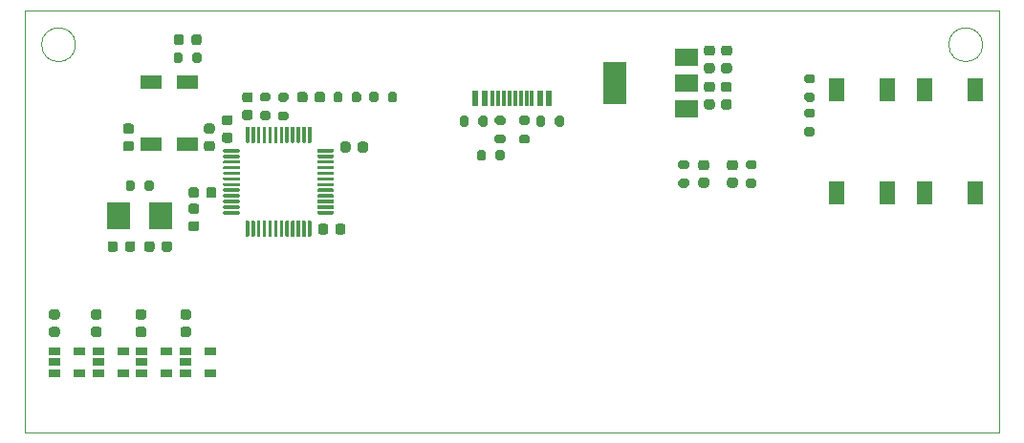
<source format=gtp>
G04 #@! TF.GenerationSoftware,KiCad,Pcbnew,(5.1.12)-1*
G04 #@! TF.CreationDate,2024-01-22T15:17:36+02:00*
G04 #@! TF.ProjectId,CaliperPCB,43616c69-7065-4725-9043-422e6b696361,rev?*
G04 #@! TF.SameCoordinates,Original*
G04 #@! TF.FileFunction,Paste,Top*
G04 #@! TF.FilePolarity,Positive*
%FSLAX46Y46*%
G04 Gerber Fmt 4.6, Leading zero omitted, Abs format (unit mm)*
G04 Created by KiCad (PCBNEW (5.1.12)-1) date 2024-01-22 15:17:36*
%MOMM*%
%LPD*%
G01*
G04 APERTURE LIST*
G04 #@! TA.AperFunction,Profile*
%ADD10C,0.050000*%
G04 #@! TD*
%ADD11R,1.400000X2.100000*%
%ADD12R,1.900000X1.300000*%
%ADD13R,2.000000X2.400000*%
%ADD14R,0.300000X1.450000*%
%ADD15R,0.600000X1.450000*%
%ADD16R,1.060000X0.650000*%
%ADD17R,2.000000X3.800000*%
%ADD18R,2.000000X1.500000*%
G04 APERTURE END LIST*
D10*
X118170000Y-87000000D02*
G75*
G03*
X118170000Y-87000000I-1500000J0D01*
G01*
X198500000Y-87000000D02*
G75*
G03*
X198500000Y-87000000I-1500000J0D01*
G01*
X200000000Y-121356000D02*
X200000000Y-84000000D01*
X113670000Y-84000000D02*
X200000000Y-84000000D01*
X113670000Y-121356000D02*
X113670000Y-84000000D01*
X200000000Y-121356000D02*
X113670000Y-121356000D01*
D11*
X197818333Y-91027000D03*
X197818333Y-100127000D03*
X193318333Y-100127000D03*
X193318333Y-91027000D03*
X190034334Y-91027000D03*
X190034334Y-100127000D03*
X185534334Y-100127000D03*
X185534334Y-91027000D03*
G36*
G01*
X129312500Y-87875000D02*
X129312500Y-88425000D01*
G75*
G02*
X129112500Y-88625000I-200000J0D01*
G01*
X128712500Y-88625000D01*
G75*
G02*
X128512500Y-88425000I0J200000D01*
G01*
X128512500Y-87875000D01*
G75*
G02*
X128712500Y-87675000I200000J0D01*
G01*
X129112500Y-87675000D01*
G75*
G02*
X129312500Y-87875000I0J-200000D01*
G01*
G37*
G36*
G01*
X127662500Y-87875000D02*
X127662500Y-88425000D01*
G75*
G02*
X127462500Y-88625000I-200000J0D01*
G01*
X127062500Y-88625000D01*
G75*
G02*
X126862500Y-88425000I0J200000D01*
G01*
X126862500Y-87875000D01*
G75*
G02*
X127062500Y-87675000I200000J0D01*
G01*
X127462500Y-87675000D01*
G75*
G02*
X127662500Y-87875000I0J-200000D01*
G01*
G37*
G36*
G01*
X126882500Y-86806250D02*
X126882500Y-86293750D01*
G75*
G02*
X127101250Y-86075000I218750J0D01*
G01*
X127538750Y-86075000D01*
G75*
G02*
X127757500Y-86293750I0J-218750D01*
G01*
X127757500Y-86806250D01*
G75*
G02*
X127538750Y-87025000I-218750J0D01*
G01*
X127101250Y-87025000D01*
G75*
G02*
X126882500Y-86806250I0J218750D01*
G01*
G37*
G36*
G01*
X128457500Y-86806250D02*
X128457500Y-86293750D01*
G75*
G02*
X128676250Y-86075000I218750J0D01*
G01*
X129113750Y-86075000D01*
G75*
G02*
X129332500Y-86293750I0J-218750D01*
G01*
X129332500Y-86806250D01*
G75*
G02*
X129113750Y-87025000I-218750J0D01*
G01*
X128676250Y-87025000D01*
G75*
G02*
X128457500Y-86806250I0J218750D01*
G01*
G37*
G36*
G01*
X172299000Y-99685500D02*
X171749000Y-99685500D01*
G75*
G02*
X171549000Y-99485500I0J200000D01*
G01*
X171549000Y-99085500D01*
G75*
G02*
X171749000Y-98885500I200000J0D01*
G01*
X172299000Y-98885500D01*
G75*
G02*
X172499000Y-99085500I0J-200000D01*
G01*
X172499000Y-99485500D01*
G75*
G02*
X172299000Y-99685500I-200000J0D01*
G01*
G37*
G36*
G01*
X172299000Y-98035500D02*
X171749000Y-98035500D01*
G75*
G02*
X171549000Y-97835500I0J200000D01*
G01*
X171549000Y-97435500D01*
G75*
G02*
X171749000Y-97235500I200000J0D01*
G01*
X172299000Y-97235500D01*
G75*
G02*
X172499000Y-97435500I0J-200000D01*
G01*
X172499000Y-97835500D01*
G75*
G02*
X172299000Y-98035500I-200000J0D01*
G01*
G37*
G36*
G01*
X174052000Y-99685500D02*
X173552000Y-99685500D01*
G75*
G02*
X173327000Y-99460500I0J225000D01*
G01*
X173327000Y-99010500D01*
G75*
G02*
X173552000Y-98785500I225000J0D01*
G01*
X174052000Y-98785500D01*
G75*
G02*
X174277000Y-99010500I0J-225000D01*
G01*
X174277000Y-99460500D01*
G75*
G02*
X174052000Y-99685500I-225000J0D01*
G01*
G37*
G36*
G01*
X174052000Y-98135500D02*
X173552000Y-98135500D01*
G75*
G02*
X173327000Y-97910500I0J225000D01*
G01*
X173327000Y-97460500D01*
G75*
G02*
X173552000Y-97235500I225000J0D01*
G01*
X174052000Y-97235500D01*
G75*
G02*
X174277000Y-97460500I0J-225000D01*
G01*
X174277000Y-97910500D01*
G75*
G02*
X174052000Y-98135500I-225000J0D01*
G01*
G37*
G36*
G01*
X136835000Y-93705000D02*
X136285000Y-93705000D01*
G75*
G02*
X136085000Y-93505000I0J200000D01*
G01*
X136085000Y-93105000D01*
G75*
G02*
X136285000Y-92905000I200000J0D01*
G01*
X136835000Y-92905000D01*
G75*
G02*
X137035000Y-93105000I0J-200000D01*
G01*
X137035000Y-93505000D01*
G75*
G02*
X136835000Y-93705000I-200000J0D01*
G01*
G37*
G36*
G01*
X136835000Y-92055000D02*
X136285000Y-92055000D01*
G75*
G02*
X136085000Y-91855000I0J200000D01*
G01*
X136085000Y-91455000D01*
G75*
G02*
X136285000Y-91255000I200000J0D01*
G01*
X136835000Y-91255000D01*
G75*
G02*
X137035000Y-91455000I0J-200000D01*
G01*
X137035000Y-91855000D01*
G75*
G02*
X136835000Y-92055000I-200000J0D01*
G01*
G37*
G36*
G01*
X133150000Y-91225000D02*
X133650000Y-91225000D01*
G75*
G02*
X133875000Y-91450000I0J-225000D01*
G01*
X133875000Y-91900000D01*
G75*
G02*
X133650000Y-92125000I-225000J0D01*
G01*
X133150000Y-92125000D01*
G75*
G02*
X132925000Y-91900000I0J225000D01*
G01*
X132925000Y-91450000D01*
G75*
G02*
X133150000Y-91225000I225000J0D01*
G01*
G37*
G36*
G01*
X133150000Y-92775000D02*
X133650000Y-92775000D01*
G75*
G02*
X133875000Y-93000000I0J-225000D01*
G01*
X133875000Y-93450000D01*
G75*
G02*
X133650000Y-93675000I-225000J0D01*
G01*
X133150000Y-93675000D01*
G75*
G02*
X132925000Y-93450000I0J225000D01*
G01*
X132925000Y-93000000D01*
G75*
G02*
X133150000Y-92775000I225000J0D01*
G01*
G37*
G36*
G01*
X183455000Y-92050000D02*
X182905000Y-92050000D01*
G75*
G02*
X182705000Y-91850000I0J200000D01*
G01*
X182705000Y-91450000D01*
G75*
G02*
X182905000Y-91250000I200000J0D01*
G01*
X183455000Y-91250000D01*
G75*
G02*
X183655000Y-91450000I0J-200000D01*
G01*
X183655000Y-91850000D01*
G75*
G02*
X183455000Y-92050000I-200000J0D01*
G01*
G37*
G36*
G01*
X183455000Y-90400000D02*
X182905000Y-90400000D01*
G75*
G02*
X182705000Y-90200000I0J200000D01*
G01*
X182705000Y-89800000D01*
G75*
G02*
X182905000Y-89600000I200000J0D01*
G01*
X183455000Y-89600000D01*
G75*
G02*
X183655000Y-89800000I0J-200000D01*
G01*
X183655000Y-90200000D01*
G75*
G02*
X183455000Y-90400000I-200000J0D01*
G01*
G37*
G36*
G01*
X182905000Y-92660500D02*
X183455000Y-92660500D01*
G75*
G02*
X183655000Y-92860500I0J-200000D01*
G01*
X183655000Y-93260500D01*
G75*
G02*
X183455000Y-93460500I-200000J0D01*
G01*
X182905000Y-93460500D01*
G75*
G02*
X182705000Y-93260500I0J200000D01*
G01*
X182705000Y-92860500D01*
G75*
G02*
X182905000Y-92660500I200000J0D01*
G01*
G37*
G36*
G01*
X182905000Y-94310500D02*
X183455000Y-94310500D01*
G75*
G02*
X183655000Y-94510500I0J-200000D01*
G01*
X183655000Y-94910500D01*
G75*
G02*
X183455000Y-95110500I-200000J0D01*
G01*
X182905000Y-95110500D01*
G75*
G02*
X182705000Y-94910500I0J200000D01*
G01*
X182705000Y-94510500D01*
G75*
G02*
X182905000Y-94310500I200000J0D01*
G01*
G37*
D12*
X128050000Y-95790000D03*
X128050000Y-90290000D03*
X124850000Y-90290000D03*
X124850000Y-95790000D03*
D13*
X122010000Y-102190000D03*
X125710000Y-102190000D03*
D14*
X157098000Y-91755000D03*
X155098000Y-91755000D03*
X155598000Y-91755000D03*
X156098000Y-91755000D03*
X156598000Y-91755000D03*
X157598000Y-91755000D03*
X158098000Y-91755000D03*
X158598000Y-91755000D03*
D15*
X153598000Y-91755000D03*
X154398000Y-91755000D03*
X159298000Y-91755000D03*
X160098000Y-91755000D03*
X160098000Y-91755000D03*
X159298000Y-91755000D03*
X154398000Y-91755000D03*
X153598000Y-91755000D03*
G36*
G01*
X140998750Y-91930000D02*
X140998750Y-91380000D01*
G75*
G02*
X141198750Y-91180000I200000J0D01*
G01*
X141598750Y-91180000D01*
G75*
G02*
X141798750Y-91380000I0J-200000D01*
G01*
X141798750Y-91930000D01*
G75*
G02*
X141598750Y-92130000I-200000J0D01*
G01*
X141198750Y-92130000D01*
G75*
G02*
X140998750Y-91930000I0J200000D01*
G01*
G37*
G36*
G01*
X142648750Y-91930000D02*
X142648750Y-91380000D01*
G75*
G02*
X142848750Y-91180000I200000J0D01*
G01*
X143248750Y-91180000D01*
G75*
G02*
X143448750Y-91380000I0J-200000D01*
G01*
X143448750Y-91930000D01*
G75*
G02*
X143248750Y-92130000I-200000J0D01*
G01*
X142848750Y-92130000D01*
G75*
G02*
X142648750Y-91930000I0J200000D01*
G01*
G37*
G36*
G01*
X131360000Y-93240000D02*
X131860000Y-93240000D01*
G75*
G02*
X132085000Y-93465000I0J-225000D01*
G01*
X132085000Y-93915000D01*
G75*
G02*
X131860000Y-94140000I-225000J0D01*
G01*
X131360000Y-94140000D01*
G75*
G02*
X131135000Y-93915000I0J225000D01*
G01*
X131135000Y-93465000D01*
G75*
G02*
X131360000Y-93240000I225000J0D01*
G01*
G37*
G36*
G01*
X131360000Y-94790000D02*
X131860000Y-94790000D01*
G75*
G02*
X132085000Y-95015000I0J-225000D01*
G01*
X132085000Y-95465000D01*
G75*
G02*
X131860000Y-95690000I-225000J0D01*
G01*
X131360000Y-95690000D01*
G75*
G02*
X131135000Y-95465000I0J225000D01*
G01*
X131135000Y-95015000D01*
G75*
G02*
X131360000Y-94790000I225000J0D01*
G01*
G37*
G36*
G01*
X128195000Y-100360000D02*
X128195000Y-99860000D01*
G75*
G02*
X128420000Y-99635000I225000J0D01*
G01*
X128870000Y-99635000D01*
G75*
G02*
X129095000Y-99860000I0J-225000D01*
G01*
X129095000Y-100360000D01*
G75*
G02*
X128870000Y-100585000I-225000J0D01*
G01*
X128420000Y-100585000D01*
G75*
G02*
X128195000Y-100360000I0J225000D01*
G01*
G37*
G36*
G01*
X129745000Y-100360000D02*
X129745000Y-99860000D01*
G75*
G02*
X129970000Y-99635000I225000J0D01*
G01*
X130420000Y-99635000D01*
G75*
G02*
X130645000Y-99860000I0J-225000D01*
G01*
X130645000Y-100360000D01*
G75*
G02*
X130420000Y-100585000I-225000J0D01*
G01*
X129970000Y-100585000D01*
G75*
G02*
X129745000Y-100360000I0J225000D01*
G01*
G37*
G36*
G01*
X123716570Y-110466000D02*
X124216570Y-110466000D01*
G75*
G02*
X124441570Y-110691000I0J-225000D01*
G01*
X124441570Y-111141000D01*
G75*
G02*
X124216570Y-111366000I-225000J0D01*
G01*
X123716570Y-111366000D01*
G75*
G02*
X123491570Y-111141000I0J225000D01*
G01*
X123491570Y-110691000D01*
G75*
G02*
X123716570Y-110466000I225000J0D01*
G01*
G37*
G36*
G01*
X123716570Y-112016000D02*
X124216570Y-112016000D01*
G75*
G02*
X124441570Y-112241000I0J-225000D01*
G01*
X124441570Y-112691000D01*
G75*
G02*
X124216570Y-112916000I-225000J0D01*
G01*
X123716570Y-112916000D01*
G75*
G02*
X123491570Y-112691000I0J225000D01*
G01*
X123491570Y-112241000D01*
G75*
G02*
X123716570Y-112016000I225000J0D01*
G01*
G37*
G36*
G01*
X144190000Y-91930000D02*
X144190000Y-91380000D01*
G75*
G02*
X144390000Y-91180000I200000J0D01*
G01*
X144790000Y-91180000D01*
G75*
G02*
X144990000Y-91380000I0J-200000D01*
G01*
X144990000Y-91930000D01*
G75*
G02*
X144790000Y-92130000I-200000J0D01*
G01*
X144390000Y-92130000D01*
G75*
G02*
X144190000Y-91930000I0J200000D01*
G01*
G37*
G36*
G01*
X145840000Y-91930000D02*
X145840000Y-91380000D01*
G75*
G02*
X146040000Y-91180000I200000J0D01*
G01*
X146440000Y-91180000D01*
G75*
G02*
X146640000Y-91380000I0J-200000D01*
G01*
X146640000Y-91930000D01*
G75*
G02*
X146440000Y-92130000I-200000J0D01*
G01*
X146040000Y-92130000D01*
G75*
G02*
X145840000Y-91930000I0J200000D01*
G01*
G37*
D16*
X127926000Y-114195000D03*
X127926000Y-115145000D03*
X127926000Y-116095000D03*
X130126000Y-116095000D03*
X130126000Y-114195000D03*
X124051238Y-114195000D03*
X124051238Y-115145000D03*
X124051238Y-116095000D03*
X126251238Y-116095000D03*
X126251238Y-114195000D03*
X120176476Y-114195000D03*
X120176476Y-115145000D03*
X120176476Y-116095000D03*
X122376476Y-116095000D03*
X122376476Y-114195000D03*
X116301714Y-114195000D03*
X116301714Y-115145000D03*
X116301714Y-116095000D03*
X118501714Y-116095000D03*
X118501714Y-114195000D03*
G36*
G01*
X131250000Y-96475000D02*
X131250000Y-96325000D01*
G75*
G02*
X131325000Y-96250000I75000J0D01*
G01*
X132650000Y-96250000D01*
G75*
G02*
X132725000Y-96325000I0J-75000D01*
G01*
X132725000Y-96475000D01*
G75*
G02*
X132650000Y-96550000I-75000J0D01*
G01*
X131325000Y-96550000D01*
G75*
G02*
X131250000Y-96475000I0J75000D01*
G01*
G37*
G36*
G01*
X131250000Y-96975000D02*
X131250000Y-96825000D01*
G75*
G02*
X131325000Y-96750000I75000J0D01*
G01*
X132650000Y-96750000D01*
G75*
G02*
X132725000Y-96825000I0J-75000D01*
G01*
X132725000Y-96975000D01*
G75*
G02*
X132650000Y-97050000I-75000J0D01*
G01*
X131325000Y-97050000D01*
G75*
G02*
X131250000Y-96975000I0J75000D01*
G01*
G37*
G36*
G01*
X131250000Y-97475000D02*
X131250000Y-97325000D01*
G75*
G02*
X131325000Y-97250000I75000J0D01*
G01*
X132650000Y-97250000D01*
G75*
G02*
X132725000Y-97325000I0J-75000D01*
G01*
X132725000Y-97475000D01*
G75*
G02*
X132650000Y-97550000I-75000J0D01*
G01*
X131325000Y-97550000D01*
G75*
G02*
X131250000Y-97475000I0J75000D01*
G01*
G37*
G36*
G01*
X131250000Y-97975000D02*
X131250000Y-97825000D01*
G75*
G02*
X131325000Y-97750000I75000J0D01*
G01*
X132650000Y-97750000D01*
G75*
G02*
X132725000Y-97825000I0J-75000D01*
G01*
X132725000Y-97975000D01*
G75*
G02*
X132650000Y-98050000I-75000J0D01*
G01*
X131325000Y-98050000D01*
G75*
G02*
X131250000Y-97975000I0J75000D01*
G01*
G37*
G36*
G01*
X131250000Y-98475000D02*
X131250000Y-98325000D01*
G75*
G02*
X131325000Y-98250000I75000J0D01*
G01*
X132650000Y-98250000D01*
G75*
G02*
X132725000Y-98325000I0J-75000D01*
G01*
X132725000Y-98475000D01*
G75*
G02*
X132650000Y-98550000I-75000J0D01*
G01*
X131325000Y-98550000D01*
G75*
G02*
X131250000Y-98475000I0J75000D01*
G01*
G37*
G36*
G01*
X131250000Y-98975000D02*
X131250000Y-98825000D01*
G75*
G02*
X131325000Y-98750000I75000J0D01*
G01*
X132650000Y-98750000D01*
G75*
G02*
X132725000Y-98825000I0J-75000D01*
G01*
X132725000Y-98975000D01*
G75*
G02*
X132650000Y-99050000I-75000J0D01*
G01*
X131325000Y-99050000D01*
G75*
G02*
X131250000Y-98975000I0J75000D01*
G01*
G37*
G36*
G01*
X131250000Y-99475000D02*
X131250000Y-99325000D01*
G75*
G02*
X131325000Y-99250000I75000J0D01*
G01*
X132650000Y-99250000D01*
G75*
G02*
X132725000Y-99325000I0J-75000D01*
G01*
X132725000Y-99475000D01*
G75*
G02*
X132650000Y-99550000I-75000J0D01*
G01*
X131325000Y-99550000D01*
G75*
G02*
X131250000Y-99475000I0J75000D01*
G01*
G37*
G36*
G01*
X131250000Y-99975000D02*
X131250000Y-99825000D01*
G75*
G02*
X131325000Y-99750000I75000J0D01*
G01*
X132650000Y-99750000D01*
G75*
G02*
X132725000Y-99825000I0J-75000D01*
G01*
X132725000Y-99975000D01*
G75*
G02*
X132650000Y-100050000I-75000J0D01*
G01*
X131325000Y-100050000D01*
G75*
G02*
X131250000Y-99975000I0J75000D01*
G01*
G37*
G36*
G01*
X131250000Y-100475000D02*
X131250000Y-100325000D01*
G75*
G02*
X131325000Y-100250000I75000J0D01*
G01*
X132650000Y-100250000D01*
G75*
G02*
X132725000Y-100325000I0J-75000D01*
G01*
X132725000Y-100475000D01*
G75*
G02*
X132650000Y-100550000I-75000J0D01*
G01*
X131325000Y-100550000D01*
G75*
G02*
X131250000Y-100475000I0J75000D01*
G01*
G37*
G36*
G01*
X131250000Y-100975000D02*
X131250000Y-100825000D01*
G75*
G02*
X131325000Y-100750000I75000J0D01*
G01*
X132650000Y-100750000D01*
G75*
G02*
X132725000Y-100825000I0J-75000D01*
G01*
X132725000Y-100975000D01*
G75*
G02*
X132650000Y-101050000I-75000J0D01*
G01*
X131325000Y-101050000D01*
G75*
G02*
X131250000Y-100975000I0J75000D01*
G01*
G37*
G36*
G01*
X131250000Y-101475000D02*
X131250000Y-101325000D01*
G75*
G02*
X131325000Y-101250000I75000J0D01*
G01*
X132650000Y-101250000D01*
G75*
G02*
X132725000Y-101325000I0J-75000D01*
G01*
X132725000Y-101475000D01*
G75*
G02*
X132650000Y-101550000I-75000J0D01*
G01*
X131325000Y-101550000D01*
G75*
G02*
X131250000Y-101475000I0J75000D01*
G01*
G37*
G36*
G01*
X131250000Y-101975000D02*
X131250000Y-101825000D01*
G75*
G02*
X131325000Y-101750000I75000J0D01*
G01*
X132650000Y-101750000D01*
G75*
G02*
X132725000Y-101825000I0J-75000D01*
G01*
X132725000Y-101975000D01*
G75*
G02*
X132650000Y-102050000I-75000J0D01*
G01*
X131325000Y-102050000D01*
G75*
G02*
X131250000Y-101975000I0J75000D01*
G01*
G37*
G36*
G01*
X133250000Y-103975000D02*
X133250000Y-102650000D01*
G75*
G02*
X133325000Y-102575000I75000J0D01*
G01*
X133475000Y-102575000D01*
G75*
G02*
X133550000Y-102650000I0J-75000D01*
G01*
X133550000Y-103975000D01*
G75*
G02*
X133475000Y-104050000I-75000J0D01*
G01*
X133325000Y-104050000D01*
G75*
G02*
X133250000Y-103975000I0J75000D01*
G01*
G37*
G36*
G01*
X133750000Y-103975000D02*
X133750000Y-102650000D01*
G75*
G02*
X133825000Y-102575000I75000J0D01*
G01*
X133975000Y-102575000D01*
G75*
G02*
X134050000Y-102650000I0J-75000D01*
G01*
X134050000Y-103975000D01*
G75*
G02*
X133975000Y-104050000I-75000J0D01*
G01*
X133825000Y-104050000D01*
G75*
G02*
X133750000Y-103975000I0J75000D01*
G01*
G37*
G36*
G01*
X134250000Y-103975000D02*
X134250000Y-102650000D01*
G75*
G02*
X134325000Y-102575000I75000J0D01*
G01*
X134475000Y-102575000D01*
G75*
G02*
X134550000Y-102650000I0J-75000D01*
G01*
X134550000Y-103975000D01*
G75*
G02*
X134475000Y-104050000I-75000J0D01*
G01*
X134325000Y-104050000D01*
G75*
G02*
X134250000Y-103975000I0J75000D01*
G01*
G37*
G36*
G01*
X134750000Y-103975000D02*
X134750000Y-102650000D01*
G75*
G02*
X134825000Y-102575000I75000J0D01*
G01*
X134975000Y-102575000D01*
G75*
G02*
X135050000Y-102650000I0J-75000D01*
G01*
X135050000Y-103975000D01*
G75*
G02*
X134975000Y-104050000I-75000J0D01*
G01*
X134825000Y-104050000D01*
G75*
G02*
X134750000Y-103975000I0J75000D01*
G01*
G37*
G36*
G01*
X135250000Y-103975000D02*
X135250000Y-102650000D01*
G75*
G02*
X135325000Y-102575000I75000J0D01*
G01*
X135475000Y-102575000D01*
G75*
G02*
X135550000Y-102650000I0J-75000D01*
G01*
X135550000Y-103975000D01*
G75*
G02*
X135475000Y-104050000I-75000J0D01*
G01*
X135325000Y-104050000D01*
G75*
G02*
X135250000Y-103975000I0J75000D01*
G01*
G37*
G36*
G01*
X135750000Y-103975000D02*
X135750000Y-102650000D01*
G75*
G02*
X135825000Y-102575000I75000J0D01*
G01*
X135975000Y-102575000D01*
G75*
G02*
X136050000Y-102650000I0J-75000D01*
G01*
X136050000Y-103975000D01*
G75*
G02*
X135975000Y-104050000I-75000J0D01*
G01*
X135825000Y-104050000D01*
G75*
G02*
X135750000Y-103975000I0J75000D01*
G01*
G37*
G36*
G01*
X136250000Y-103975000D02*
X136250000Y-102650000D01*
G75*
G02*
X136325000Y-102575000I75000J0D01*
G01*
X136475000Y-102575000D01*
G75*
G02*
X136550000Y-102650000I0J-75000D01*
G01*
X136550000Y-103975000D01*
G75*
G02*
X136475000Y-104050000I-75000J0D01*
G01*
X136325000Y-104050000D01*
G75*
G02*
X136250000Y-103975000I0J75000D01*
G01*
G37*
G36*
G01*
X136750000Y-103975000D02*
X136750000Y-102650000D01*
G75*
G02*
X136825000Y-102575000I75000J0D01*
G01*
X136975000Y-102575000D01*
G75*
G02*
X137050000Y-102650000I0J-75000D01*
G01*
X137050000Y-103975000D01*
G75*
G02*
X136975000Y-104050000I-75000J0D01*
G01*
X136825000Y-104050000D01*
G75*
G02*
X136750000Y-103975000I0J75000D01*
G01*
G37*
G36*
G01*
X137250000Y-103975000D02*
X137250000Y-102650000D01*
G75*
G02*
X137325000Y-102575000I75000J0D01*
G01*
X137475000Y-102575000D01*
G75*
G02*
X137550000Y-102650000I0J-75000D01*
G01*
X137550000Y-103975000D01*
G75*
G02*
X137475000Y-104050000I-75000J0D01*
G01*
X137325000Y-104050000D01*
G75*
G02*
X137250000Y-103975000I0J75000D01*
G01*
G37*
G36*
G01*
X137750000Y-103975000D02*
X137750000Y-102650000D01*
G75*
G02*
X137825000Y-102575000I75000J0D01*
G01*
X137975000Y-102575000D01*
G75*
G02*
X138050000Y-102650000I0J-75000D01*
G01*
X138050000Y-103975000D01*
G75*
G02*
X137975000Y-104050000I-75000J0D01*
G01*
X137825000Y-104050000D01*
G75*
G02*
X137750000Y-103975000I0J75000D01*
G01*
G37*
G36*
G01*
X138250000Y-103975000D02*
X138250000Y-102650000D01*
G75*
G02*
X138325000Y-102575000I75000J0D01*
G01*
X138475000Y-102575000D01*
G75*
G02*
X138550000Y-102650000I0J-75000D01*
G01*
X138550000Y-103975000D01*
G75*
G02*
X138475000Y-104050000I-75000J0D01*
G01*
X138325000Y-104050000D01*
G75*
G02*
X138250000Y-103975000I0J75000D01*
G01*
G37*
G36*
G01*
X138750000Y-103975000D02*
X138750000Y-102650000D01*
G75*
G02*
X138825000Y-102575000I75000J0D01*
G01*
X138975000Y-102575000D01*
G75*
G02*
X139050000Y-102650000I0J-75000D01*
G01*
X139050000Y-103975000D01*
G75*
G02*
X138975000Y-104050000I-75000J0D01*
G01*
X138825000Y-104050000D01*
G75*
G02*
X138750000Y-103975000I0J75000D01*
G01*
G37*
G36*
G01*
X139575000Y-101975000D02*
X139575000Y-101825000D01*
G75*
G02*
X139650000Y-101750000I75000J0D01*
G01*
X140975000Y-101750000D01*
G75*
G02*
X141050000Y-101825000I0J-75000D01*
G01*
X141050000Y-101975000D01*
G75*
G02*
X140975000Y-102050000I-75000J0D01*
G01*
X139650000Y-102050000D01*
G75*
G02*
X139575000Y-101975000I0J75000D01*
G01*
G37*
G36*
G01*
X139575000Y-101475000D02*
X139575000Y-101325000D01*
G75*
G02*
X139650000Y-101250000I75000J0D01*
G01*
X140975000Y-101250000D01*
G75*
G02*
X141050000Y-101325000I0J-75000D01*
G01*
X141050000Y-101475000D01*
G75*
G02*
X140975000Y-101550000I-75000J0D01*
G01*
X139650000Y-101550000D01*
G75*
G02*
X139575000Y-101475000I0J75000D01*
G01*
G37*
G36*
G01*
X139575000Y-100975000D02*
X139575000Y-100825000D01*
G75*
G02*
X139650000Y-100750000I75000J0D01*
G01*
X140975000Y-100750000D01*
G75*
G02*
X141050000Y-100825000I0J-75000D01*
G01*
X141050000Y-100975000D01*
G75*
G02*
X140975000Y-101050000I-75000J0D01*
G01*
X139650000Y-101050000D01*
G75*
G02*
X139575000Y-100975000I0J75000D01*
G01*
G37*
G36*
G01*
X139575000Y-100475000D02*
X139575000Y-100325000D01*
G75*
G02*
X139650000Y-100250000I75000J0D01*
G01*
X140975000Y-100250000D01*
G75*
G02*
X141050000Y-100325000I0J-75000D01*
G01*
X141050000Y-100475000D01*
G75*
G02*
X140975000Y-100550000I-75000J0D01*
G01*
X139650000Y-100550000D01*
G75*
G02*
X139575000Y-100475000I0J75000D01*
G01*
G37*
G36*
G01*
X139575000Y-99975000D02*
X139575000Y-99825000D01*
G75*
G02*
X139650000Y-99750000I75000J0D01*
G01*
X140975000Y-99750000D01*
G75*
G02*
X141050000Y-99825000I0J-75000D01*
G01*
X141050000Y-99975000D01*
G75*
G02*
X140975000Y-100050000I-75000J0D01*
G01*
X139650000Y-100050000D01*
G75*
G02*
X139575000Y-99975000I0J75000D01*
G01*
G37*
G36*
G01*
X139575000Y-99475000D02*
X139575000Y-99325000D01*
G75*
G02*
X139650000Y-99250000I75000J0D01*
G01*
X140975000Y-99250000D01*
G75*
G02*
X141050000Y-99325000I0J-75000D01*
G01*
X141050000Y-99475000D01*
G75*
G02*
X140975000Y-99550000I-75000J0D01*
G01*
X139650000Y-99550000D01*
G75*
G02*
X139575000Y-99475000I0J75000D01*
G01*
G37*
G36*
G01*
X139575000Y-98975000D02*
X139575000Y-98825000D01*
G75*
G02*
X139650000Y-98750000I75000J0D01*
G01*
X140975000Y-98750000D01*
G75*
G02*
X141050000Y-98825000I0J-75000D01*
G01*
X141050000Y-98975000D01*
G75*
G02*
X140975000Y-99050000I-75000J0D01*
G01*
X139650000Y-99050000D01*
G75*
G02*
X139575000Y-98975000I0J75000D01*
G01*
G37*
G36*
G01*
X139575000Y-98475000D02*
X139575000Y-98325000D01*
G75*
G02*
X139650000Y-98250000I75000J0D01*
G01*
X140975000Y-98250000D01*
G75*
G02*
X141050000Y-98325000I0J-75000D01*
G01*
X141050000Y-98475000D01*
G75*
G02*
X140975000Y-98550000I-75000J0D01*
G01*
X139650000Y-98550000D01*
G75*
G02*
X139575000Y-98475000I0J75000D01*
G01*
G37*
G36*
G01*
X139575000Y-97975000D02*
X139575000Y-97825000D01*
G75*
G02*
X139650000Y-97750000I75000J0D01*
G01*
X140975000Y-97750000D01*
G75*
G02*
X141050000Y-97825000I0J-75000D01*
G01*
X141050000Y-97975000D01*
G75*
G02*
X140975000Y-98050000I-75000J0D01*
G01*
X139650000Y-98050000D01*
G75*
G02*
X139575000Y-97975000I0J75000D01*
G01*
G37*
G36*
G01*
X139575000Y-97475000D02*
X139575000Y-97325000D01*
G75*
G02*
X139650000Y-97250000I75000J0D01*
G01*
X140975000Y-97250000D01*
G75*
G02*
X141050000Y-97325000I0J-75000D01*
G01*
X141050000Y-97475000D01*
G75*
G02*
X140975000Y-97550000I-75000J0D01*
G01*
X139650000Y-97550000D01*
G75*
G02*
X139575000Y-97475000I0J75000D01*
G01*
G37*
G36*
G01*
X139575000Y-96975000D02*
X139575000Y-96825000D01*
G75*
G02*
X139650000Y-96750000I75000J0D01*
G01*
X140975000Y-96750000D01*
G75*
G02*
X141050000Y-96825000I0J-75000D01*
G01*
X141050000Y-96975000D01*
G75*
G02*
X140975000Y-97050000I-75000J0D01*
G01*
X139650000Y-97050000D01*
G75*
G02*
X139575000Y-96975000I0J75000D01*
G01*
G37*
G36*
G01*
X139575000Y-96475000D02*
X139575000Y-96325000D01*
G75*
G02*
X139650000Y-96250000I75000J0D01*
G01*
X140975000Y-96250000D01*
G75*
G02*
X141050000Y-96325000I0J-75000D01*
G01*
X141050000Y-96475000D01*
G75*
G02*
X140975000Y-96550000I-75000J0D01*
G01*
X139650000Y-96550000D01*
G75*
G02*
X139575000Y-96475000I0J75000D01*
G01*
G37*
G36*
G01*
X138750000Y-95650000D02*
X138750000Y-94325000D01*
G75*
G02*
X138825000Y-94250000I75000J0D01*
G01*
X138975000Y-94250000D01*
G75*
G02*
X139050000Y-94325000I0J-75000D01*
G01*
X139050000Y-95650000D01*
G75*
G02*
X138975000Y-95725000I-75000J0D01*
G01*
X138825000Y-95725000D01*
G75*
G02*
X138750000Y-95650000I0J75000D01*
G01*
G37*
G36*
G01*
X138250000Y-95650000D02*
X138250000Y-94325000D01*
G75*
G02*
X138325000Y-94250000I75000J0D01*
G01*
X138475000Y-94250000D01*
G75*
G02*
X138550000Y-94325000I0J-75000D01*
G01*
X138550000Y-95650000D01*
G75*
G02*
X138475000Y-95725000I-75000J0D01*
G01*
X138325000Y-95725000D01*
G75*
G02*
X138250000Y-95650000I0J75000D01*
G01*
G37*
G36*
G01*
X137750000Y-95650000D02*
X137750000Y-94325000D01*
G75*
G02*
X137825000Y-94250000I75000J0D01*
G01*
X137975000Y-94250000D01*
G75*
G02*
X138050000Y-94325000I0J-75000D01*
G01*
X138050000Y-95650000D01*
G75*
G02*
X137975000Y-95725000I-75000J0D01*
G01*
X137825000Y-95725000D01*
G75*
G02*
X137750000Y-95650000I0J75000D01*
G01*
G37*
G36*
G01*
X137250000Y-95650000D02*
X137250000Y-94325000D01*
G75*
G02*
X137325000Y-94250000I75000J0D01*
G01*
X137475000Y-94250000D01*
G75*
G02*
X137550000Y-94325000I0J-75000D01*
G01*
X137550000Y-95650000D01*
G75*
G02*
X137475000Y-95725000I-75000J0D01*
G01*
X137325000Y-95725000D01*
G75*
G02*
X137250000Y-95650000I0J75000D01*
G01*
G37*
G36*
G01*
X136750000Y-95650000D02*
X136750000Y-94325000D01*
G75*
G02*
X136825000Y-94250000I75000J0D01*
G01*
X136975000Y-94250000D01*
G75*
G02*
X137050000Y-94325000I0J-75000D01*
G01*
X137050000Y-95650000D01*
G75*
G02*
X136975000Y-95725000I-75000J0D01*
G01*
X136825000Y-95725000D01*
G75*
G02*
X136750000Y-95650000I0J75000D01*
G01*
G37*
G36*
G01*
X136250000Y-95650000D02*
X136250000Y-94325000D01*
G75*
G02*
X136325000Y-94250000I75000J0D01*
G01*
X136475000Y-94250000D01*
G75*
G02*
X136550000Y-94325000I0J-75000D01*
G01*
X136550000Y-95650000D01*
G75*
G02*
X136475000Y-95725000I-75000J0D01*
G01*
X136325000Y-95725000D01*
G75*
G02*
X136250000Y-95650000I0J75000D01*
G01*
G37*
G36*
G01*
X135750000Y-95650000D02*
X135750000Y-94325000D01*
G75*
G02*
X135825000Y-94250000I75000J0D01*
G01*
X135975000Y-94250000D01*
G75*
G02*
X136050000Y-94325000I0J-75000D01*
G01*
X136050000Y-95650000D01*
G75*
G02*
X135975000Y-95725000I-75000J0D01*
G01*
X135825000Y-95725000D01*
G75*
G02*
X135750000Y-95650000I0J75000D01*
G01*
G37*
G36*
G01*
X135250000Y-95650000D02*
X135250000Y-94325000D01*
G75*
G02*
X135325000Y-94250000I75000J0D01*
G01*
X135475000Y-94250000D01*
G75*
G02*
X135550000Y-94325000I0J-75000D01*
G01*
X135550000Y-95650000D01*
G75*
G02*
X135475000Y-95725000I-75000J0D01*
G01*
X135325000Y-95725000D01*
G75*
G02*
X135250000Y-95650000I0J75000D01*
G01*
G37*
G36*
G01*
X134750000Y-95650000D02*
X134750000Y-94325000D01*
G75*
G02*
X134825000Y-94250000I75000J0D01*
G01*
X134975000Y-94250000D01*
G75*
G02*
X135050000Y-94325000I0J-75000D01*
G01*
X135050000Y-95650000D01*
G75*
G02*
X134975000Y-95725000I-75000J0D01*
G01*
X134825000Y-95725000D01*
G75*
G02*
X134750000Y-95650000I0J75000D01*
G01*
G37*
G36*
G01*
X134250000Y-95650000D02*
X134250000Y-94325000D01*
G75*
G02*
X134325000Y-94250000I75000J0D01*
G01*
X134475000Y-94250000D01*
G75*
G02*
X134550000Y-94325000I0J-75000D01*
G01*
X134550000Y-95650000D01*
G75*
G02*
X134475000Y-95725000I-75000J0D01*
G01*
X134325000Y-95725000D01*
G75*
G02*
X134250000Y-95650000I0J75000D01*
G01*
G37*
G36*
G01*
X133750000Y-95650000D02*
X133750000Y-94325000D01*
G75*
G02*
X133825000Y-94250000I75000J0D01*
G01*
X133975000Y-94250000D01*
G75*
G02*
X134050000Y-94325000I0J-75000D01*
G01*
X134050000Y-95650000D01*
G75*
G02*
X133975000Y-95725000I-75000J0D01*
G01*
X133825000Y-95725000D01*
G75*
G02*
X133750000Y-95650000I0J75000D01*
G01*
G37*
G36*
G01*
X133250000Y-95650000D02*
X133250000Y-94325000D01*
G75*
G02*
X133325000Y-94250000I75000J0D01*
G01*
X133475000Y-94250000D01*
G75*
G02*
X133550000Y-94325000I0J-75000D01*
G01*
X133550000Y-95650000D01*
G75*
G02*
X133475000Y-95725000I-75000J0D01*
G01*
X133325000Y-95725000D01*
G75*
G02*
X133250000Y-95650000I0J75000D01*
G01*
G37*
D17*
X165934000Y-90416000D03*
D18*
X172234000Y-90416000D03*
X172234000Y-88116000D03*
X172234000Y-92716000D03*
G36*
G01*
X161430000Y-93505000D02*
X161430000Y-94055000D01*
G75*
G02*
X161230000Y-94255000I-200000J0D01*
G01*
X160830000Y-94255000D01*
G75*
G02*
X160630000Y-94055000I0J200000D01*
G01*
X160630000Y-93505000D01*
G75*
G02*
X160830000Y-93305000I200000J0D01*
G01*
X161230000Y-93305000D01*
G75*
G02*
X161430000Y-93505000I0J-200000D01*
G01*
G37*
G36*
G01*
X159780000Y-93505000D02*
X159780000Y-94055000D01*
G75*
G02*
X159580000Y-94255000I-200000J0D01*
G01*
X159180000Y-94255000D01*
G75*
G02*
X158980000Y-94055000I0J200000D01*
G01*
X158980000Y-93505000D01*
G75*
G02*
X159180000Y-93305000I200000J0D01*
G01*
X159580000Y-93305000D01*
G75*
G02*
X159780000Y-93505000I0J-200000D01*
G01*
G37*
G36*
G01*
X152210000Y-94055000D02*
X152210000Y-93505000D01*
G75*
G02*
X152410000Y-93305000I200000J0D01*
G01*
X152810000Y-93305000D01*
G75*
G02*
X153010000Y-93505000I0J-200000D01*
G01*
X153010000Y-94055000D01*
G75*
G02*
X152810000Y-94255000I-200000J0D01*
G01*
X152410000Y-94255000D01*
G75*
G02*
X152210000Y-94055000I0J200000D01*
G01*
G37*
G36*
G01*
X153860000Y-94055000D02*
X153860000Y-93505000D01*
G75*
G02*
X154060000Y-93305000I200000J0D01*
G01*
X154460000Y-93305000D01*
G75*
G02*
X154660000Y-93505000I0J-200000D01*
G01*
X154660000Y-94055000D01*
G75*
G02*
X154460000Y-94255000I-200000J0D01*
G01*
X154060000Y-94255000D01*
G75*
G02*
X153860000Y-94055000I0J200000D01*
G01*
G37*
G36*
G01*
X153720000Y-97085000D02*
X153720000Y-96535000D01*
G75*
G02*
X153920000Y-96335000I200000J0D01*
G01*
X154320000Y-96335000D01*
G75*
G02*
X154520000Y-96535000I0J-200000D01*
G01*
X154520000Y-97085000D01*
G75*
G02*
X154320000Y-97285000I-200000J0D01*
G01*
X153920000Y-97285000D01*
G75*
G02*
X153720000Y-97085000I0J200000D01*
G01*
G37*
G36*
G01*
X155370000Y-97085000D02*
X155370000Y-96535000D01*
G75*
G02*
X155570000Y-96335000I200000J0D01*
G01*
X155970000Y-96335000D01*
G75*
G02*
X156170000Y-96535000I0J-200000D01*
G01*
X156170000Y-97085000D01*
G75*
G02*
X155970000Y-97285000I-200000J0D01*
G01*
X155570000Y-97285000D01*
G75*
G02*
X155370000Y-97085000I0J200000D01*
G01*
G37*
G36*
G01*
X155498000Y-93305000D02*
X156048000Y-93305000D01*
G75*
G02*
X156248000Y-93505000I0J-200000D01*
G01*
X156248000Y-93905000D01*
G75*
G02*
X156048000Y-94105000I-200000J0D01*
G01*
X155498000Y-94105000D01*
G75*
G02*
X155298000Y-93905000I0J200000D01*
G01*
X155298000Y-93505000D01*
G75*
G02*
X155498000Y-93305000I200000J0D01*
G01*
G37*
G36*
G01*
X155498000Y-94955000D02*
X156048000Y-94955000D01*
G75*
G02*
X156248000Y-95155000I0J-200000D01*
G01*
X156248000Y-95555000D01*
G75*
G02*
X156048000Y-95755000I-200000J0D01*
G01*
X155498000Y-95755000D01*
G75*
G02*
X155298000Y-95555000I0J200000D01*
G01*
X155298000Y-95155000D01*
G75*
G02*
X155498000Y-94955000I200000J0D01*
G01*
G37*
G36*
G01*
X157648000Y-93305000D02*
X158198000Y-93305000D01*
G75*
G02*
X158398000Y-93505000I0J-200000D01*
G01*
X158398000Y-93905000D01*
G75*
G02*
X158198000Y-94105000I-200000J0D01*
G01*
X157648000Y-94105000D01*
G75*
G02*
X157448000Y-93905000I0J200000D01*
G01*
X157448000Y-93505000D01*
G75*
G02*
X157648000Y-93305000I200000J0D01*
G01*
G37*
G36*
G01*
X157648000Y-94955000D02*
X158198000Y-94955000D01*
G75*
G02*
X158398000Y-95155000I0J-200000D01*
G01*
X158398000Y-95555000D01*
G75*
G02*
X158198000Y-95755000I-200000J0D01*
G01*
X157648000Y-95755000D01*
G75*
G02*
X157448000Y-95555000I0J200000D01*
G01*
X157448000Y-95155000D01*
G75*
G02*
X157648000Y-94955000I200000J0D01*
G01*
G37*
G36*
G01*
X134695000Y-91235000D02*
X135245000Y-91235000D01*
G75*
G02*
X135445000Y-91435000I0J-200000D01*
G01*
X135445000Y-91835000D01*
G75*
G02*
X135245000Y-92035000I-200000J0D01*
G01*
X134695000Y-92035000D01*
G75*
G02*
X134495000Y-91835000I0J200000D01*
G01*
X134495000Y-91435000D01*
G75*
G02*
X134695000Y-91235000I200000J0D01*
G01*
G37*
G36*
G01*
X134695000Y-92885000D02*
X135245000Y-92885000D01*
G75*
G02*
X135445000Y-93085000I0J-200000D01*
G01*
X135445000Y-93485000D01*
G75*
G02*
X135245000Y-93685000I-200000J0D01*
G01*
X134695000Y-93685000D01*
G75*
G02*
X134495000Y-93485000I0J200000D01*
G01*
X134495000Y-93085000D01*
G75*
G02*
X134695000Y-92885000I200000J0D01*
G01*
G37*
G36*
G01*
X178289000Y-99685500D02*
X177739000Y-99685500D01*
G75*
G02*
X177539000Y-99485500I0J200000D01*
G01*
X177539000Y-99085500D01*
G75*
G02*
X177739000Y-98885500I200000J0D01*
G01*
X178289000Y-98885500D01*
G75*
G02*
X178489000Y-99085500I0J-200000D01*
G01*
X178489000Y-99485500D01*
G75*
G02*
X178289000Y-99685500I-200000J0D01*
G01*
G37*
G36*
G01*
X178289000Y-98035500D02*
X177739000Y-98035500D01*
G75*
G02*
X177539000Y-97835500I0J200000D01*
G01*
X177539000Y-97435500D01*
G75*
G02*
X177739000Y-97235500I200000J0D01*
G01*
X178289000Y-97235500D01*
G75*
G02*
X178489000Y-97435500I0J-200000D01*
G01*
X178489000Y-97835500D01*
G75*
G02*
X178289000Y-98035500I-200000J0D01*
G01*
G37*
G36*
G01*
X125075000Y-99225000D02*
X125075000Y-99775000D01*
G75*
G02*
X124875000Y-99975000I-200000J0D01*
G01*
X124475000Y-99975000D01*
G75*
G02*
X124275000Y-99775000I0J200000D01*
G01*
X124275000Y-99225000D01*
G75*
G02*
X124475000Y-99025000I200000J0D01*
G01*
X124875000Y-99025000D01*
G75*
G02*
X125075000Y-99225000I0J-200000D01*
G01*
G37*
G36*
G01*
X123425000Y-99225000D02*
X123425000Y-99775000D01*
G75*
G02*
X123225000Y-99975000I-200000J0D01*
G01*
X122825000Y-99975000D01*
G75*
G02*
X122625000Y-99775000I0J200000D01*
G01*
X122625000Y-99225000D01*
G75*
G02*
X122825000Y-99025000I200000J0D01*
G01*
X123225000Y-99025000D01*
G75*
G02*
X123425000Y-99225000I0J-200000D01*
G01*
G37*
G36*
G01*
X127676000Y-110466000D02*
X128176000Y-110466000D01*
G75*
G02*
X128401000Y-110691000I0J-225000D01*
G01*
X128401000Y-111141000D01*
G75*
G02*
X128176000Y-111366000I-225000J0D01*
G01*
X127676000Y-111366000D01*
G75*
G02*
X127451000Y-111141000I0J225000D01*
G01*
X127451000Y-110691000D01*
G75*
G02*
X127676000Y-110466000I225000J0D01*
G01*
G37*
G36*
G01*
X127676000Y-112016000D02*
X128176000Y-112016000D01*
G75*
G02*
X128401000Y-112241000I0J-225000D01*
G01*
X128401000Y-112691000D01*
G75*
G02*
X128176000Y-112916000I-225000J0D01*
G01*
X127676000Y-112916000D01*
G75*
G02*
X127451000Y-112691000I0J225000D01*
G01*
X127451000Y-112241000D01*
G75*
G02*
X127676000Y-112016000I225000J0D01*
G01*
G37*
G36*
G01*
X140257500Y-91405000D02*
X140257500Y-91905000D01*
G75*
G02*
X140032500Y-92130000I-225000J0D01*
G01*
X139582500Y-92130000D01*
G75*
G02*
X139357500Y-91905000I0J225000D01*
G01*
X139357500Y-91405000D01*
G75*
G02*
X139582500Y-91180000I225000J0D01*
G01*
X140032500Y-91180000D01*
G75*
G02*
X140257500Y-91405000I0J-225000D01*
G01*
G37*
G36*
G01*
X138707500Y-91405000D02*
X138707500Y-91905000D01*
G75*
G02*
X138482500Y-92130000I-225000J0D01*
G01*
X138032500Y-92130000D01*
G75*
G02*
X137807500Y-91905000I0J225000D01*
G01*
X137807500Y-91405000D01*
G75*
G02*
X138032500Y-91180000I225000J0D01*
G01*
X138482500Y-91180000D01*
G75*
G02*
X138707500Y-91405000I0J-225000D01*
G01*
G37*
G36*
G01*
X119757142Y-110466000D02*
X120257142Y-110466000D01*
G75*
G02*
X120482142Y-110691000I0J-225000D01*
G01*
X120482142Y-111141000D01*
G75*
G02*
X120257142Y-111366000I-225000J0D01*
G01*
X119757142Y-111366000D01*
G75*
G02*
X119532142Y-111141000I0J225000D01*
G01*
X119532142Y-110691000D01*
G75*
G02*
X119757142Y-110466000I225000J0D01*
G01*
G37*
G36*
G01*
X119757142Y-112016000D02*
X120257142Y-112016000D01*
G75*
G02*
X120482142Y-112241000I0J-225000D01*
G01*
X120482142Y-112691000D01*
G75*
G02*
X120257142Y-112916000I-225000J0D01*
G01*
X119757142Y-112916000D01*
G75*
G02*
X119532142Y-112691000I0J225000D01*
G01*
X119532142Y-112241000D01*
G75*
G02*
X119757142Y-112016000I225000J0D01*
G01*
G37*
G36*
G01*
X142090000Y-103100000D02*
X142090000Y-103600000D01*
G75*
G02*
X141865000Y-103825000I-225000J0D01*
G01*
X141415000Y-103825000D01*
G75*
G02*
X141190000Y-103600000I0J225000D01*
G01*
X141190000Y-103100000D01*
G75*
G02*
X141415000Y-102875000I225000J0D01*
G01*
X141865000Y-102875000D01*
G75*
G02*
X142090000Y-103100000I0J-225000D01*
G01*
G37*
G36*
G01*
X140540000Y-103100000D02*
X140540000Y-103600000D01*
G75*
G02*
X140315000Y-103825000I-225000J0D01*
G01*
X139865000Y-103825000D01*
G75*
G02*
X139640000Y-103600000I0J225000D01*
G01*
X139640000Y-103100000D01*
G75*
G02*
X139865000Y-102875000I225000J0D01*
G01*
X140315000Y-102875000D01*
G75*
G02*
X140540000Y-103100000I0J-225000D01*
G01*
G37*
G36*
G01*
X144070000Y-95825000D02*
X144070000Y-96325000D01*
G75*
G02*
X143845000Y-96550000I-225000J0D01*
G01*
X143395000Y-96550000D01*
G75*
G02*
X143170000Y-96325000I0J225000D01*
G01*
X143170000Y-95825000D01*
G75*
G02*
X143395000Y-95600000I225000J0D01*
G01*
X143845000Y-95600000D01*
G75*
G02*
X144070000Y-95825000I0J-225000D01*
G01*
G37*
G36*
G01*
X142520000Y-95825000D02*
X142520000Y-96325000D01*
G75*
G02*
X142295000Y-96550000I-225000J0D01*
G01*
X141845000Y-96550000D01*
G75*
G02*
X141620000Y-96325000I0J225000D01*
G01*
X141620000Y-95825000D01*
G75*
G02*
X141845000Y-95600000I225000J0D01*
G01*
X142295000Y-95600000D01*
G75*
G02*
X142520000Y-95825000I0J-225000D01*
G01*
G37*
G36*
G01*
X116051714Y-110466000D02*
X116551714Y-110466000D01*
G75*
G02*
X116776714Y-110691000I0J-225000D01*
G01*
X116776714Y-111141000D01*
G75*
G02*
X116551714Y-111366000I-225000J0D01*
G01*
X116051714Y-111366000D01*
G75*
G02*
X115826714Y-111141000I0J225000D01*
G01*
X115826714Y-110691000D01*
G75*
G02*
X116051714Y-110466000I225000J0D01*
G01*
G37*
G36*
G01*
X116051714Y-112016000D02*
X116551714Y-112016000D01*
G75*
G02*
X116776714Y-112241000I0J-225000D01*
G01*
X116776714Y-112691000D01*
G75*
G02*
X116551714Y-112916000I-225000J0D01*
G01*
X116051714Y-112916000D01*
G75*
G02*
X115826714Y-112691000I0J225000D01*
G01*
X115826714Y-112241000D01*
G75*
G02*
X116051714Y-112016000I225000J0D01*
G01*
G37*
G36*
G01*
X176592000Y-99685500D02*
X176092000Y-99685500D01*
G75*
G02*
X175867000Y-99460500I0J225000D01*
G01*
X175867000Y-99010500D01*
G75*
G02*
X176092000Y-98785500I225000J0D01*
G01*
X176592000Y-98785500D01*
G75*
G02*
X176817000Y-99010500I0J-225000D01*
G01*
X176817000Y-99460500D01*
G75*
G02*
X176592000Y-99685500I-225000J0D01*
G01*
G37*
G36*
G01*
X176592000Y-98135500D02*
X176092000Y-98135500D01*
G75*
G02*
X175867000Y-97910500I0J225000D01*
G01*
X175867000Y-97460500D01*
G75*
G02*
X176092000Y-97235500I225000J0D01*
G01*
X176592000Y-97235500D01*
G75*
G02*
X176817000Y-97460500I0J-225000D01*
G01*
X176817000Y-97910500D01*
G75*
G02*
X176592000Y-98135500I-225000J0D01*
G01*
G37*
G36*
G01*
X128891000Y-103540000D02*
X128391000Y-103540000D01*
G75*
G02*
X128166000Y-103315000I0J225000D01*
G01*
X128166000Y-102865000D01*
G75*
G02*
X128391000Y-102640000I225000J0D01*
G01*
X128891000Y-102640000D01*
G75*
G02*
X129116000Y-102865000I0J-225000D01*
G01*
X129116000Y-103315000D01*
G75*
G02*
X128891000Y-103540000I-225000J0D01*
G01*
G37*
G36*
G01*
X128891000Y-101990000D02*
X128391000Y-101990000D01*
G75*
G02*
X128166000Y-101765000I0J225000D01*
G01*
X128166000Y-101315000D01*
G75*
G02*
X128391000Y-101090000I225000J0D01*
G01*
X128891000Y-101090000D01*
G75*
G02*
X129116000Y-101315000I0J-225000D01*
G01*
X129116000Y-101765000D01*
G75*
G02*
X128891000Y-101990000I-225000J0D01*
G01*
G37*
G36*
G01*
X123110000Y-96440000D02*
X122610000Y-96440000D01*
G75*
G02*
X122385000Y-96215000I0J225000D01*
G01*
X122385000Y-95765000D01*
G75*
G02*
X122610000Y-95540000I225000J0D01*
G01*
X123110000Y-95540000D01*
G75*
G02*
X123335000Y-95765000I0J-225000D01*
G01*
X123335000Y-96215000D01*
G75*
G02*
X123110000Y-96440000I-225000J0D01*
G01*
G37*
G36*
G01*
X123110000Y-94890000D02*
X122610000Y-94890000D01*
G75*
G02*
X122385000Y-94665000I0J225000D01*
G01*
X122385000Y-94215000D01*
G75*
G02*
X122610000Y-93990000I225000J0D01*
G01*
X123110000Y-93990000D01*
G75*
G02*
X123335000Y-94215000I0J-225000D01*
G01*
X123335000Y-94665000D01*
G75*
G02*
X123110000Y-94890000I-225000J0D01*
G01*
G37*
G36*
G01*
X176054000Y-92741000D02*
X175554000Y-92741000D01*
G75*
G02*
X175329000Y-92516000I0J225000D01*
G01*
X175329000Y-92066000D01*
G75*
G02*
X175554000Y-91841000I225000J0D01*
G01*
X176054000Y-91841000D01*
G75*
G02*
X176279000Y-92066000I0J-225000D01*
G01*
X176279000Y-92516000D01*
G75*
G02*
X176054000Y-92741000I-225000J0D01*
G01*
G37*
G36*
G01*
X176054000Y-91191000D02*
X175554000Y-91191000D01*
G75*
G02*
X175329000Y-90966000I0J225000D01*
G01*
X175329000Y-90516000D01*
G75*
G02*
X175554000Y-90291000I225000J0D01*
G01*
X176054000Y-90291000D01*
G75*
G02*
X176279000Y-90516000I0J-225000D01*
G01*
X176279000Y-90966000D01*
G75*
G02*
X176054000Y-91191000I-225000J0D01*
G01*
G37*
G36*
G01*
X174054000Y-90291000D02*
X174554000Y-90291000D01*
G75*
G02*
X174779000Y-90516000I0J-225000D01*
G01*
X174779000Y-90966000D01*
G75*
G02*
X174554000Y-91191000I-225000J0D01*
G01*
X174054000Y-91191000D01*
G75*
G02*
X173829000Y-90966000I0J225000D01*
G01*
X173829000Y-90516000D01*
G75*
G02*
X174054000Y-90291000I225000J0D01*
G01*
G37*
G36*
G01*
X174054000Y-91841000D02*
X174554000Y-91841000D01*
G75*
G02*
X174779000Y-92066000I0J-225000D01*
G01*
X174779000Y-92516000D01*
G75*
G02*
X174554000Y-92741000I-225000J0D01*
G01*
X174054000Y-92741000D01*
G75*
G02*
X173829000Y-92516000I0J225000D01*
G01*
X173829000Y-92066000D01*
G75*
G02*
X174054000Y-91841000I225000J0D01*
G01*
G37*
G36*
G01*
X129770000Y-93990000D02*
X130270000Y-93990000D01*
G75*
G02*
X130495000Y-94215000I0J-225000D01*
G01*
X130495000Y-94665000D01*
G75*
G02*
X130270000Y-94890000I-225000J0D01*
G01*
X129770000Y-94890000D01*
G75*
G02*
X129545000Y-94665000I0J225000D01*
G01*
X129545000Y-94215000D01*
G75*
G02*
X129770000Y-93990000I225000J0D01*
G01*
G37*
G36*
G01*
X129770000Y-95540000D02*
X130270000Y-95540000D01*
G75*
G02*
X130495000Y-95765000I0J-225000D01*
G01*
X130495000Y-96215000D01*
G75*
G02*
X130270000Y-96440000I-225000J0D01*
G01*
X129770000Y-96440000D01*
G75*
G02*
X129545000Y-96215000I0J225000D01*
G01*
X129545000Y-95765000D01*
G75*
G02*
X129770000Y-95540000I225000J0D01*
G01*
G37*
G36*
G01*
X126710000Y-104640000D02*
X126710000Y-105140000D01*
G75*
G02*
X126485000Y-105365000I-225000J0D01*
G01*
X126035000Y-105365000D01*
G75*
G02*
X125810000Y-105140000I0J225000D01*
G01*
X125810000Y-104640000D01*
G75*
G02*
X126035000Y-104415000I225000J0D01*
G01*
X126485000Y-104415000D01*
G75*
G02*
X126710000Y-104640000I0J-225000D01*
G01*
G37*
G36*
G01*
X125160000Y-104640000D02*
X125160000Y-105140000D01*
G75*
G02*
X124935000Y-105365000I-225000J0D01*
G01*
X124485000Y-105365000D01*
G75*
G02*
X124260000Y-105140000I0J225000D01*
G01*
X124260000Y-104640000D01*
G75*
G02*
X124485000Y-104415000I225000J0D01*
G01*
X124935000Y-104415000D01*
G75*
G02*
X125160000Y-104640000I0J-225000D01*
G01*
G37*
G36*
G01*
X176074000Y-89526000D02*
X175574000Y-89526000D01*
G75*
G02*
X175349000Y-89301000I0J225000D01*
G01*
X175349000Y-88851000D01*
G75*
G02*
X175574000Y-88626000I225000J0D01*
G01*
X176074000Y-88626000D01*
G75*
G02*
X176299000Y-88851000I0J-225000D01*
G01*
X176299000Y-89301000D01*
G75*
G02*
X176074000Y-89526000I-225000J0D01*
G01*
G37*
G36*
G01*
X176074000Y-87976000D02*
X175574000Y-87976000D01*
G75*
G02*
X175349000Y-87751000I0J225000D01*
G01*
X175349000Y-87301000D01*
G75*
G02*
X175574000Y-87076000I225000J0D01*
G01*
X176074000Y-87076000D01*
G75*
G02*
X176299000Y-87301000I0J-225000D01*
G01*
X176299000Y-87751000D01*
G75*
G02*
X176074000Y-87976000I-225000J0D01*
G01*
G37*
G36*
G01*
X123460000Y-104640000D02*
X123460000Y-105140000D01*
G75*
G02*
X123235000Y-105365000I-225000J0D01*
G01*
X122785000Y-105365000D01*
G75*
G02*
X122560000Y-105140000I0J225000D01*
G01*
X122560000Y-104640000D01*
G75*
G02*
X122785000Y-104415000I225000J0D01*
G01*
X123235000Y-104415000D01*
G75*
G02*
X123460000Y-104640000I0J-225000D01*
G01*
G37*
G36*
G01*
X121910000Y-104640000D02*
X121910000Y-105140000D01*
G75*
G02*
X121685000Y-105365000I-225000J0D01*
G01*
X121235000Y-105365000D01*
G75*
G02*
X121010000Y-105140000I0J225000D01*
G01*
X121010000Y-104640000D01*
G75*
G02*
X121235000Y-104415000I225000J0D01*
G01*
X121685000Y-104415000D01*
G75*
G02*
X121910000Y-104640000I0J-225000D01*
G01*
G37*
G36*
G01*
X174554000Y-89526000D02*
X174054000Y-89526000D01*
G75*
G02*
X173829000Y-89301000I0J225000D01*
G01*
X173829000Y-88851000D01*
G75*
G02*
X174054000Y-88626000I225000J0D01*
G01*
X174554000Y-88626000D01*
G75*
G02*
X174779000Y-88851000I0J-225000D01*
G01*
X174779000Y-89301000D01*
G75*
G02*
X174554000Y-89526000I-225000J0D01*
G01*
G37*
G36*
G01*
X174554000Y-87976000D02*
X174054000Y-87976000D01*
G75*
G02*
X173829000Y-87751000I0J225000D01*
G01*
X173829000Y-87301000D01*
G75*
G02*
X174054000Y-87076000I225000J0D01*
G01*
X174554000Y-87076000D01*
G75*
G02*
X174779000Y-87301000I0J-225000D01*
G01*
X174779000Y-87751000D01*
G75*
G02*
X174554000Y-87976000I-225000J0D01*
G01*
G37*
M02*

</source>
